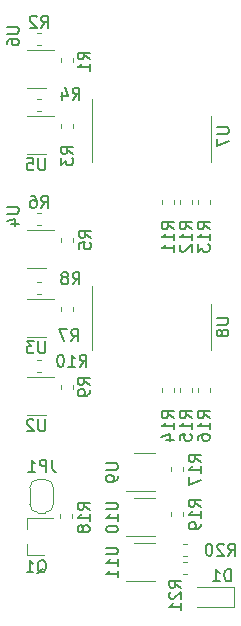
<source format=gbr>
%TF.GenerationSoftware,KiCad,Pcbnew,8.0.4*%
%TF.CreationDate,2024-09-22T15:27:09+02:00*%
%TF.ProjectId,blue_64,626c7565-5f36-4342-9e6b-696361645f70,0.3*%
%TF.SameCoordinates,PX38ecc10PY60e4b00*%
%TF.FileFunction,Legend,Bot*%
%TF.FilePolarity,Positive*%
%FSLAX46Y46*%
G04 Gerber Fmt 4.6, Leading zero omitted, Abs format (unit mm)*
G04 Created by KiCad (PCBNEW 8.0.4) date 2024-09-22 15:27:09*
%MOMM*%
%LPD*%
G01*
G04 APERTURE LIST*
%ADD10C,0.150000*%
%ADD11C,0.120000*%
G04 APERTURE END LIST*
D10*
X31188819Y17660858D02*
X30712628Y17994191D01*
X31188819Y18232286D02*
X30188819Y18232286D01*
X30188819Y18232286D02*
X30188819Y17851334D01*
X30188819Y17851334D02*
X30236438Y17756096D01*
X30236438Y17756096D02*
X30284057Y17708477D01*
X30284057Y17708477D02*
X30379295Y17660858D01*
X30379295Y17660858D02*
X30522152Y17660858D01*
X30522152Y17660858D02*
X30617390Y17708477D01*
X30617390Y17708477D02*
X30665009Y17756096D01*
X30665009Y17756096D02*
X30712628Y17851334D01*
X30712628Y17851334D02*
X30712628Y18232286D01*
X31188819Y16708477D02*
X31188819Y17279905D01*
X31188819Y16994191D02*
X30188819Y16994191D01*
X30188819Y16994191D02*
X30331676Y17089429D01*
X30331676Y17089429D02*
X30426914Y17184667D01*
X30426914Y17184667D02*
X30474533Y17279905D01*
X30188819Y15803715D02*
X30188819Y16279905D01*
X30188819Y16279905D02*
X30665009Y16327524D01*
X30665009Y16327524D02*
X30617390Y16279905D01*
X30617390Y16279905D02*
X30569771Y16184667D01*
X30569771Y16184667D02*
X30569771Y15946572D01*
X30569771Y15946572D02*
X30617390Y15851334D01*
X30617390Y15851334D02*
X30665009Y15803715D01*
X30665009Y15803715D02*
X30760247Y15756096D01*
X30760247Y15756096D02*
X30998342Y15756096D01*
X30998342Y15756096D02*
X31093580Y15803715D01*
X31093580Y15803715D02*
X31141200Y15851334D01*
X31141200Y15851334D02*
X31188819Y15946572D01*
X31188819Y15946572D02*
X31188819Y16184667D01*
X31188819Y16184667D02*
X31141200Y16279905D01*
X31141200Y16279905D02*
X31093580Y16327524D01*
X21121666Y44630181D02*
X21454999Y45106372D01*
X21693094Y44630181D02*
X21693094Y45630181D01*
X21693094Y45630181D02*
X21312142Y45630181D01*
X21312142Y45630181D02*
X21216904Y45582562D01*
X21216904Y45582562D02*
X21169285Y45534943D01*
X21169285Y45534943D02*
X21121666Y45439705D01*
X21121666Y45439705D02*
X21121666Y45296848D01*
X21121666Y45296848D02*
X21169285Y45201610D01*
X21169285Y45201610D02*
X21216904Y45153991D01*
X21216904Y45153991D02*
X21312142Y45106372D01*
X21312142Y45106372D02*
X21693094Y45106372D01*
X20264523Y45296848D02*
X20264523Y44630181D01*
X20502618Y45677800D02*
X20740713Y44963515D01*
X20740713Y44963515D02*
X20121666Y44963515D01*
X32712819Y33662858D02*
X32236628Y33996191D01*
X32712819Y34234286D02*
X31712819Y34234286D01*
X31712819Y34234286D02*
X31712819Y33853334D01*
X31712819Y33853334D02*
X31760438Y33758096D01*
X31760438Y33758096D02*
X31808057Y33710477D01*
X31808057Y33710477D02*
X31903295Y33662858D01*
X31903295Y33662858D02*
X32046152Y33662858D01*
X32046152Y33662858D02*
X32141390Y33710477D01*
X32141390Y33710477D02*
X32189009Y33758096D01*
X32189009Y33758096D02*
X32236628Y33853334D01*
X32236628Y33853334D02*
X32236628Y34234286D01*
X32712819Y32710477D02*
X32712819Y33281905D01*
X32712819Y32996191D02*
X31712819Y32996191D01*
X31712819Y32996191D02*
X31855676Y33091429D01*
X31855676Y33091429D02*
X31950914Y33186667D01*
X31950914Y33186667D02*
X31998533Y33281905D01*
X31712819Y32377143D02*
X31712819Y31758096D01*
X31712819Y31758096D02*
X32093771Y32091429D01*
X32093771Y32091429D02*
X32093771Y31948572D01*
X32093771Y31948572D02*
X32141390Y31853334D01*
X32141390Y31853334D02*
X32189009Y31805715D01*
X32189009Y31805715D02*
X32284247Y31758096D01*
X32284247Y31758096D02*
X32522342Y31758096D01*
X32522342Y31758096D02*
X32617580Y31805715D01*
X32617580Y31805715D02*
X32665200Y31853334D01*
X32665200Y31853334D02*
X32712819Y31948572D01*
X32712819Y31948572D02*
X32712819Y32234286D01*
X32712819Y32234286D02*
X32665200Y32329524D01*
X32665200Y32329524D02*
X32617580Y32377143D01*
X15583819Y35559905D02*
X16393342Y35559905D01*
X16393342Y35559905D02*
X16488580Y35512286D01*
X16488580Y35512286D02*
X16536200Y35464667D01*
X16536200Y35464667D02*
X16583819Y35369429D01*
X16583819Y35369429D02*
X16583819Y35178953D01*
X16583819Y35178953D02*
X16536200Y35083715D01*
X16536200Y35083715D02*
X16488580Y35036096D01*
X16488580Y35036096D02*
X16393342Y34988477D01*
X16393342Y34988477D02*
X15583819Y34988477D01*
X15917152Y34083715D02*
X16583819Y34083715D01*
X15536200Y34321810D02*
X16250485Y34559905D01*
X16250485Y34559905D02*
X16250485Y33940858D01*
X29664819Y17660858D02*
X29188628Y17994191D01*
X29664819Y18232286D02*
X28664819Y18232286D01*
X28664819Y18232286D02*
X28664819Y17851334D01*
X28664819Y17851334D02*
X28712438Y17756096D01*
X28712438Y17756096D02*
X28760057Y17708477D01*
X28760057Y17708477D02*
X28855295Y17660858D01*
X28855295Y17660858D02*
X28998152Y17660858D01*
X28998152Y17660858D02*
X29093390Y17708477D01*
X29093390Y17708477D02*
X29141009Y17756096D01*
X29141009Y17756096D02*
X29188628Y17851334D01*
X29188628Y17851334D02*
X29188628Y18232286D01*
X29664819Y16708477D02*
X29664819Y17279905D01*
X29664819Y16994191D02*
X28664819Y16994191D01*
X28664819Y16994191D02*
X28807676Y17089429D01*
X28807676Y17089429D02*
X28902914Y17184667D01*
X28902914Y17184667D02*
X28950533Y17279905D01*
X28998152Y15851334D02*
X29664819Y15851334D01*
X28617200Y16089429D02*
X29331485Y16327524D01*
X29331485Y16327524D02*
X29331485Y15708477D01*
X31188819Y33662858D02*
X30712628Y33996191D01*
X31188819Y34234286D02*
X30188819Y34234286D01*
X30188819Y34234286D02*
X30188819Y33853334D01*
X30188819Y33853334D02*
X30236438Y33758096D01*
X30236438Y33758096D02*
X30284057Y33710477D01*
X30284057Y33710477D02*
X30379295Y33662858D01*
X30379295Y33662858D02*
X30522152Y33662858D01*
X30522152Y33662858D02*
X30617390Y33710477D01*
X30617390Y33710477D02*
X30665009Y33758096D01*
X30665009Y33758096D02*
X30712628Y33853334D01*
X30712628Y33853334D02*
X30712628Y34234286D01*
X31188819Y32710477D02*
X31188819Y33281905D01*
X31188819Y32996191D02*
X30188819Y32996191D01*
X30188819Y32996191D02*
X30331676Y33091429D01*
X30331676Y33091429D02*
X30426914Y33186667D01*
X30426914Y33186667D02*
X30474533Y33281905D01*
X30284057Y32329524D02*
X30236438Y32281905D01*
X30236438Y32281905D02*
X30188819Y32186667D01*
X30188819Y32186667D02*
X30188819Y31948572D01*
X30188819Y31948572D02*
X30236438Y31853334D01*
X30236438Y31853334D02*
X30284057Y31805715D01*
X30284057Y31805715D02*
X30379295Y31758096D01*
X30379295Y31758096D02*
X30474533Y31758096D01*
X30474533Y31758096D02*
X30617390Y31805715D01*
X30617390Y31805715D02*
X31188819Y32377143D01*
X31188819Y32377143D02*
X31188819Y31758096D01*
X22552819Y20486667D02*
X22076628Y20820000D01*
X22552819Y21058095D02*
X21552819Y21058095D01*
X21552819Y21058095D02*
X21552819Y20677143D01*
X21552819Y20677143D02*
X21600438Y20581905D01*
X21600438Y20581905D02*
X21648057Y20534286D01*
X21648057Y20534286D02*
X21743295Y20486667D01*
X21743295Y20486667D02*
X21886152Y20486667D01*
X21886152Y20486667D02*
X21981390Y20534286D01*
X21981390Y20534286D02*
X22029009Y20581905D01*
X22029009Y20581905D02*
X22076628Y20677143D01*
X22076628Y20677143D02*
X22076628Y21058095D01*
X22552819Y20010476D02*
X22552819Y19820000D01*
X22552819Y19820000D02*
X22505200Y19724762D01*
X22505200Y19724762D02*
X22457580Y19677143D01*
X22457580Y19677143D02*
X22314723Y19581905D01*
X22314723Y19581905D02*
X22124247Y19534286D01*
X22124247Y19534286D02*
X21743295Y19534286D01*
X21743295Y19534286D02*
X21648057Y19581905D01*
X21648057Y19581905D02*
X21600438Y19629524D01*
X21600438Y19629524D02*
X21552819Y19724762D01*
X21552819Y19724762D02*
X21552819Y19915238D01*
X21552819Y19915238D02*
X21600438Y20010476D01*
X21600438Y20010476D02*
X21648057Y20058095D01*
X21648057Y20058095D02*
X21743295Y20105714D01*
X21743295Y20105714D02*
X21981390Y20105714D01*
X21981390Y20105714D02*
X22076628Y20058095D01*
X22076628Y20058095D02*
X22124247Y20010476D01*
X22124247Y20010476D02*
X22171866Y19915238D01*
X22171866Y19915238D02*
X22171866Y19724762D01*
X22171866Y19724762D02*
X22124247Y19629524D01*
X22124247Y19629524D02*
X22076628Y19581905D01*
X22076628Y19581905D02*
X21981390Y19534286D01*
X18795904Y24167181D02*
X18795904Y23357658D01*
X18795904Y23357658D02*
X18748285Y23262420D01*
X18748285Y23262420D02*
X18700666Y23214800D01*
X18700666Y23214800D02*
X18605428Y23167181D01*
X18605428Y23167181D02*
X18414952Y23167181D01*
X18414952Y23167181D02*
X18319714Y23214800D01*
X18319714Y23214800D02*
X18272095Y23262420D01*
X18272095Y23262420D02*
X18224476Y23357658D01*
X18224476Y23357658D02*
X18224476Y24167181D01*
X17843523Y24167181D02*
X17224476Y24167181D01*
X17224476Y24167181D02*
X17557809Y23786229D01*
X17557809Y23786229D02*
X17414952Y23786229D01*
X17414952Y23786229D02*
X17319714Y23738610D01*
X17319714Y23738610D02*
X17272095Y23690991D01*
X17272095Y23690991D02*
X17224476Y23595753D01*
X17224476Y23595753D02*
X17224476Y23357658D01*
X17224476Y23357658D02*
X17272095Y23262420D01*
X17272095Y23262420D02*
X17319714Y23214800D01*
X17319714Y23214800D02*
X17414952Y23167181D01*
X17414952Y23167181D02*
X17700666Y23167181D01*
X17700666Y23167181D02*
X17795904Y23214800D01*
X17795904Y23214800D02*
X17843523Y23262420D01*
X34520094Y3863181D02*
X34520094Y4863181D01*
X34520094Y4863181D02*
X34281999Y4863181D01*
X34281999Y4863181D02*
X34139142Y4815562D01*
X34139142Y4815562D02*
X34043904Y4720324D01*
X34043904Y4720324D02*
X33996285Y4625086D01*
X33996285Y4625086D02*
X33948666Y4434610D01*
X33948666Y4434610D02*
X33948666Y4291753D01*
X33948666Y4291753D02*
X33996285Y4101277D01*
X33996285Y4101277D02*
X34043904Y4006039D01*
X34043904Y4006039D02*
X34139142Y3910800D01*
X34139142Y3910800D02*
X34281999Y3863181D01*
X34281999Y3863181D02*
X34520094Y3863181D01*
X32996285Y3863181D02*
X33567713Y3863181D01*
X33281999Y3863181D02*
X33281999Y4863181D01*
X33281999Y4863181D02*
X33377237Y4720324D01*
X33377237Y4720324D02*
X33472475Y4625086D01*
X33472475Y4625086D02*
X33567713Y4577467D01*
X22552819Y9913858D02*
X22076628Y10247191D01*
X22552819Y10485286D02*
X21552819Y10485286D01*
X21552819Y10485286D02*
X21552819Y10104334D01*
X21552819Y10104334D02*
X21600438Y10009096D01*
X21600438Y10009096D02*
X21648057Y9961477D01*
X21648057Y9961477D02*
X21743295Y9913858D01*
X21743295Y9913858D02*
X21886152Y9913858D01*
X21886152Y9913858D02*
X21981390Y9961477D01*
X21981390Y9961477D02*
X22029009Y10009096D01*
X22029009Y10009096D02*
X22076628Y10104334D01*
X22076628Y10104334D02*
X22076628Y10485286D01*
X22552819Y8961477D02*
X22552819Y9532905D01*
X22552819Y9247191D02*
X21552819Y9247191D01*
X21552819Y9247191D02*
X21695676Y9342429D01*
X21695676Y9342429D02*
X21790914Y9437667D01*
X21790914Y9437667D02*
X21838533Y9532905D01*
X21981390Y8390048D02*
X21933771Y8485286D01*
X21933771Y8485286D02*
X21886152Y8532905D01*
X21886152Y8532905D02*
X21790914Y8580524D01*
X21790914Y8580524D02*
X21743295Y8580524D01*
X21743295Y8580524D02*
X21648057Y8532905D01*
X21648057Y8532905D02*
X21600438Y8485286D01*
X21600438Y8485286D02*
X21552819Y8390048D01*
X21552819Y8390048D02*
X21552819Y8199572D01*
X21552819Y8199572D02*
X21600438Y8104334D01*
X21600438Y8104334D02*
X21648057Y8056715D01*
X21648057Y8056715D02*
X21743295Y8009096D01*
X21743295Y8009096D02*
X21790914Y8009096D01*
X21790914Y8009096D02*
X21886152Y8056715D01*
X21886152Y8056715D02*
X21933771Y8104334D01*
X21933771Y8104334D02*
X21981390Y8199572D01*
X21981390Y8199572D02*
X21981390Y8390048D01*
X21981390Y8390048D02*
X22029009Y8485286D01*
X22029009Y8485286D02*
X22076628Y8532905D01*
X22076628Y8532905D02*
X22171866Y8580524D01*
X22171866Y8580524D02*
X22362342Y8580524D01*
X22362342Y8580524D02*
X22457580Y8532905D01*
X22457580Y8532905D02*
X22505200Y8485286D01*
X22505200Y8485286D02*
X22552819Y8390048D01*
X22552819Y8390048D02*
X22552819Y8199572D01*
X22552819Y8199572D02*
X22505200Y8104334D01*
X22505200Y8104334D02*
X22457580Y8056715D01*
X22457580Y8056715D02*
X22362342Y8009096D01*
X22362342Y8009096D02*
X22171866Y8009096D01*
X22171866Y8009096D02*
X22076628Y8056715D01*
X22076628Y8056715D02*
X22029009Y8104334D01*
X22029009Y8104334D02*
X21981390Y8199572D01*
X22552819Y48045667D02*
X22076628Y48379000D01*
X22552819Y48617095D02*
X21552819Y48617095D01*
X21552819Y48617095D02*
X21552819Y48236143D01*
X21552819Y48236143D02*
X21600438Y48140905D01*
X21600438Y48140905D02*
X21648057Y48093286D01*
X21648057Y48093286D02*
X21743295Y48045667D01*
X21743295Y48045667D02*
X21886152Y48045667D01*
X21886152Y48045667D02*
X21981390Y48093286D01*
X21981390Y48093286D02*
X22029009Y48140905D01*
X22029009Y48140905D02*
X22076628Y48236143D01*
X22076628Y48236143D02*
X22076628Y48617095D01*
X22552819Y47093286D02*
X22552819Y47664714D01*
X22552819Y47379000D02*
X21552819Y47379000D01*
X21552819Y47379000D02*
X21695676Y47474238D01*
X21695676Y47474238D02*
X21790914Y47569476D01*
X21790914Y47569476D02*
X21838533Y47664714D01*
X21121666Y29009181D02*
X21454999Y29485372D01*
X21693094Y29009181D02*
X21693094Y30009181D01*
X21693094Y30009181D02*
X21312142Y30009181D01*
X21312142Y30009181D02*
X21216904Y29961562D01*
X21216904Y29961562D02*
X21169285Y29913943D01*
X21169285Y29913943D02*
X21121666Y29818705D01*
X21121666Y29818705D02*
X21121666Y29675848D01*
X21121666Y29675848D02*
X21169285Y29580610D01*
X21169285Y29580610D02*
X21216904Y29532991D01*
X21216904Y29532991D02*
X21312142Y29485372D01*
X21312142Y29485372D02*
X21693094Y29485372D01*
X20550237Y29580610D02*
X20645475Y29628229D01*
X20645475Y29628229D02*
X20693094Y29675848D01*
X20693094Y29675848D02*
X20740713Y29771086D01*
X20740713Y29771086D02*
X20740713Y29818705D01*
X20740713Y29818705D02*
X20693094Y29913943D01*
X20693094Y29913943D02*
X20645475Y29961562D01*
X20645475Y29961562D02*
X20550237Y30009181D01*
X20550237Y30009181D02*
X20359761Y30009181D01*
X20359761Y30009181D02*
X20264523Y29961562D01*
X20264523Y29961562D02*
X20216904Y29913943D01*
X20216904Y29913943D02*
X20169285Y29818705D01*
X20169285Y29818705D02*
X20169285Y29771086D01*
X20169285Y29771086D02*
X20216904Y29675848D01*
X20216904Y29675848D02*
X20264523Y29628229D01*
X20264523Y29628229D02*
X20359761Y29580610D01*
X20359761Y29580610D02*
X20550237Y29580610D01*
X20550237Y29580610D02*
X20645475Y29532991D01*
X20645475Y29532991D02*
X20693094Y29485372D01*
X20693094Y29485372D02*
X20740713Y29390134D01*
X20740713Y29390134D02*
X20740713Y29199658D01*
X20740713Y29199658D02*
X20693094Y29104420D01*
X20693094Y29104420D02*
X20645475Y29056800D01*
X20645475Y29056800D02*
X20550237Y29009181D01*
X20550237Y29009181D02*
X20359761Y29009181D01*
X20359761Y29009181D02*
X20264523Y29056800D01*
X20264523Y29056800D02*
X20216904Y29104420D01*
X20216904Y29104420D02*
X20169285Y29199658D01*
X20169285Y29199658D02*
X20169285Y29390134D01*
X20169285Y29390134D02*
X20216904Y29485372D01*
X20216904Y29485372D02*
X20264523Y29532991D01*
X20264523Y29532991D02*
X20359761Y29580610D01*
X32712819Y17660858D02*
X32236628Y17994191D01*
X32712819Y18232286D02*
X31712819Y18232286D01*
X31712819Y18232286D02*
X31712819Y17851334D01*
X31712819Y17851334D02*
X31760438Y17756096D01*
X31760438Y17756096D02*
X31808057Y17708477D01*
X31808057Y17708477D02*
X31903295Y17660858D01*
X31903295Y17660858D02*
X32046152Y17660858D01*
X32046152Y17660858D02*
X32141390Y17708477D01*
X32141390Y17708477D02*
X32189009Y17756096D01*
X32189009Y17756096D02*
X32236628Y17851334D01*
X32236628Y17851334D02*
X32236628Y18232286D01*
X32712819Y16708477D02*
X32712819Y17279905D01*
X32712819Y16994191D02*
X31712819Y16994191D01*
X31712819Y16994191D02*
X31855676Y17089429D01*
X31855676Y17089429D02*
X31950914Y17184667D01*
X31950914Y17184667D02*
X31998533Y17279905D01*
X31712819Y15851334D02*
X31712819Y16041810D01*
X31712819Y16041810D02*
X31760438Y16137048D01*
X31760438Y16137048D02*
X31808057Y16184667D01*
X31808057Y16184667D02*
X31950914Y16279905D01*
X31950914Y16279905D02*
X32141390Y16327524D01*
X32141390Y16327524D02*
X32522342Y16327524D01*
X32522342Y16327524D02*
X32617580Y16279905D01*
X32617580Y16279905D02*
X32665200Y16232286D01*
X32665200Y16232286D02*
X32712819Y16137048D01*
X32712819Y16137048D02*
X32712819Y15946572D01*
X32712819Y15946572D02*
X32665200Y15851334D01*
X32665200Y15851334D02*
X32617580Y15803715D01*
X32617580Y15803715D02*
X32522342Y15756096D01*
X32522342Y15756096D02*
X32284247Y15756096D01*
X32284247Y15756096D02*
X32189009Y15803715D01*
X32189009Y15803715D02*
X32141390Y15851334D01*
X32141390Y15851334D02*
X32093771Y15946572D01*
X32093771Y15946572D02*
X32093771Y16137048D01*
X32093771Y16137048D02*
X32141390Y16232286D01*
X32141390Y16232286D02*
X32189009Y16279905D01*
X32189009Y16279905D02*
X32284247Y16327524D01*
X29664819Y33662858D02*
X29188628Y33996191D01*
X29664819Y34234286D02*
X28664819Y34234286D01*
X28664819Y34234286D02*
X28664819Y33853334D01*
X28664819Y33853334D02*
X28712438Y33758096D01*
X28712438Y33758096D02*
X28760057Y33710477D01*
X28760057Y33710477D02*
X28855295Y33662858D01*
X28855295Y33662858D02*
X28998152Y33662858D01*
X28998152Y33662858D02*
X29093390Y33710477D01*
X29093390Y33710477D02*
X29141009Y33758096D01*
X29141009Y33758096D02*
X29188628Y33853334D01*
X29188628Y33853334D02*
X29188628Y34234286D01*
X29664819Y32710477D02*
X29664819Y33281905D01*
X29664819Y32996191D02*
X28664819Y32996191D01*
X28664819Y32996191D02*
X28807676Y33091429D01*
X28807676Y33091429D02*
X28902914Y33186667D01*
X28902914Y33186667D02*
X28950533Y33281905D01*
X29664819Y31758096D02*
X29664819Y32329524D01*
X29664819Y32043810D02*
X28664819Y32043810D01*
X28664819Y32043810D02*
X28807676Y32139048D01*
X28807676Y32139048D02*
X28902914Y32234286D01*
X28902914Y32234286D02*
X28950533Y32329524D01*
X23965819Y13842905D02*
X24775342Y13842905D01*
X24775342Y13842905D02*
X24870580Y13795286D01*
X24870580Y13795286D02*
X24918200Y13747667D01*
X24918200Y13747667D02*
X24965819Y13652429D01*
X24965819Y13652429D02*
X24965819Y13461953D01*
X24965819Y13461953D02*
X24918200Y13366715D01*
X24918200Y13366715D02*
X24870580Y13319096D01*
X24870580Y13319096D02*
X24775342Y13271477D01*
X24775342Y13271477D02*
X23965819Y13271477D01*
X24965819Y12747667D02*
X24965819Y12557191D01*
X24965819Y12557191D02*
X24918200Y12461953D01*
X24918200Y12461953D02*
X24870580Y12414334D01*
X24870580Y12414334D02*
X24727723Y12319096D01*
X24727723Y12319096D02*
X24537247Y12271477D01*
X24537247Y12271477D02*
X24156295Y12271477D01*
X24156295Y12271477D02*
X24061057Y12319096D01*
X24061057Y12319096D02*
X24013438Y12366715D01*
X24013438Y12366715D02*
X23965819Y12461953D01*
X23965819Y12461953D02*
X23965819Y12652429D01*
X23965819Y12652429D02*
X24013438Y12747667D01*
X24013438Y12747667D02*
X24061057Y12795286D01*
X24061057Y12795286D02*
X24156295Y12842905D01*
X24156295Y12842905D02*
X24394390Y12842905D01*
X24394390Y12842905D02*
X24489628Y12795286D01*
X24489628Y12795286D02*
X24537247Y12747667D01*
X24537247Y12747667D02*
X24584866Y12652429D01*
X24584866Y12652429D02*
X24584866Y12461953D01*
X24584866Y12461953D02*
X24537247Y12366715D01*
X24537247Y12366715D02*
X24489628Y12319096D01*
X24489628Y12319096D02*
X24394390Y12271477D01*
X33313019Y26161905D02*
X34122542Y26161905D01*
X34122542Y26161905D02*
X34217780Y26114286D01*
X34217780Y26114286D02*
X34265400Y26066667D01*
X34265400Y26066667D02*
X34313019Y25971429D01*
X34313019Y25971429D02*
X34313019Y25780953D01*
X34313019Y25780953D02*
X34265400Y25685715D01*
X34265400Y25685715D02*
X34217780Y25638096D01*
X34217780Y25638096D02*
X34122542Y25590477D01*
X34122542Y25590477D02*
X33313019Y25590477D01*
X33741590Y24971429D02*
X33693971Y25066667D01*
X33693971Y25066667D02*
X33646352Y25114286D01*
X33646352Y25114286D02*
X33551114Y25161905D01*
X33551114Y25161905D02*
X33503495Y25161905D01*
X33503495Y25161905D02*
X33408257Y25114286D01*
X33408257Y25114286D02*
X33360638Y25066667D01*
X33360638Y25066667D02*
X33313019Y24971429D01*
X33313019Y24971429D02*
X33313019Y24780953D01*
X33313019Y24780953D02*
X33360638Y24685715D01*
X33360638Y24685715D02*
X33408257Y24638096D01*
X33408257Y24638096D02*
X33503495Y24590477D01*
X33503495Y24590477D02*
X33551114Y24590477D01*
X33551114Y24590477D02*
X33646352Y24638096D01*
X33646352Y24638096D02*
X33693971Y24685715D01*
X33693971Y24685715D02*
X33741590Y24780953D01*
X33741590Y24780953D02*
X33741590Y24971429D01*
X33741590Y24971429D02*
X33789209Y25066667D01*
X33789209Y25066667D02*
X33836828Y25114286D01*
X33836828Y25114286D02*
X33932066Y25161905D01*
X33932066Y25161905D02*
X34122542Y25161905D01*
X34122542Y25161905D02*
X34217780Y25114286D01*
X34217780Y25114286D02*
X34265400Y25066667D01*
X34265400Y25066667D02*
X34313019Y24971429D01*
X34313019Y24971429D02*
X34313019Y24780953D01*
X34313019Y24780953D02*
X34265400Y24685715D01*
X34265400Y24685715D02*
X34217780Y24638096D01*
X34217780Y24638096D02*
X34122542Y24590477D01*
X34122542Y24590477D02*
X33932066Y24590477D01*
X33932066Y24590477D02*
X33836828Y24638096D01*
X33836828Y24638096D02*
X33789209Y24685715D01*
X33789209Y24685715D02*
X33741590Y24780953D01*
X20994666Y24183181D02*
X21327999Y24659372D01*
X21566094Y24183181D02*
X21566094Y25183181D01*
X21566094Y25183181D02*
X21185142Y25183181D01*
X21185142Y25183181D02*
X21089904Y25135562D01*
X21089904Y25135562D02*
X21042285Y25087943D01*
X21042285Y25087943D02*
X20994666Y24992705D01*
X20994666Y24992705D02*
X20994666Y24849848D01*
X20994666Y24849848D02*
X21042285Y24754610D01*
X21042285Y24754610D02*
X21089904Y24706991D01*
X21089904Y24706991D02*
X21185142Y24659372D01*
X21185142Y24659372D02*
X21566094Y24659372D01*
X20661332Y25183181D02*
X19994666Y25183181D01*
X19994666Y25183181D02*
X20423237Y24183181D01*
X22679819Y32932667D02*
X22203628Y33266000D01*
X22679819Y33504095D02*
X21679819Y33504095D01*
X21679819Y33504095D02*
X21679819Y33123143D01*
X21679819Y33123143D02*
X21727438Y33027905D01*
X21727438Y33027905D02*
X21775057Y32980286D01*
X21775057Y32980286D02*
X21870295Y32932667D01*
X21870295Y32932667D02*
X22013152Y32932667D01*
X22013152Y32932667D02*
X22108390Y32980286D01*
X22108390Y32980286D02*
X22156009Y33027905D01*
X22156009Y33027905D02*
X22203628Y33123143D01*
X22203628Y33123143D02*
X22203628Y33504095D01*
X21679819Y32027905D02*
X21679819Y32504095D01*
X21679819Y32504095D02*
X22156009Y32551714D01*
X22156009Y32551714D02*
X22108390Y32504095D01*
X22108390Y32504095D02*
X22060771Y32408857D01*
X22060771Y32408857D02*
X22060771Y32170762D01*
X22060771Y32170762D02*
X22108390Y32075524D01*
X22108390Y32075524D02*
X22156009Y32027905D01*
X22156009Y32027905D02*
X22251247Y31980286D01*
X22251247Y31980286D02*
X22489342Y31980286D01*
X22489342Y31980286D02*
X22584580Y32027905D01*
X22584580Y32027905D02*
X22632200Y32075524D01*
X22632200Y32075524D02*
X22679819Y32170762D01*
X22679819Y32170762D02*
X22679819Y32408857D01*
X22679819Y32408857D02*
X22632200Y32504095D01*
X22632200Y32504095D02*
X22584580Y32551714D01*
X33363819Y42290905D02*
X34173342Y42290905D01*
X34173342Y42290905D02*
X34268580Y42243286D01*
X34268580Y42243286D02*
X34316200Y42195667D01*
X34316200Y42195667D02*
X34363819Y42100429D01*
X34363819Y42100429D02*
X34363819Y41909953D01*
X34363819Y41909953D02*
X34316200Y41814715D01*
X34316200Y41814715D02*
X34268580Y41767096D01*
X34268580Y41767096D02*
X34173342Y41719477D01*
X34173342Y41719477D02*
X33363819Y41719477D01*
X33363819Y41338524D02*
X33363819Y40671858D01*
X33363819Y40671858D02*
X34363819Y41100429D01*
X21155819Y40044667D02*
X20679628Y40378000D01*
X21155819Y40616095D02*
X20155819Y40616095D01*
X20155819Y40616095D02*
X20155819Y40235143D01*
X20155819Y40235143D02*
X20203438Y40139905D01*
X20203438Y40139905D02*
X20251057Y40092286D01*
X20251057Y40092286D02*
X20346295Y40044667D01*
X20346295Y40044667D02*
X20489152Y40044667D01*
X20489152Y40044667D02*
X20584390Y40092286D01*
X20584390Y40092286D02*
X20632009Y40139905D01*
X20632009Y40139905D02*
X20679628Y40235143D01*
X20679628Y40235143D02*
X20679628Y40616095D01*
X20155819Y39711333D02*
X20155819Y39092286D01*
X20155819Y39092286D02*
X20536771Y39425619D01*
X20536771Y39425619D02*
X20536771Y39282762D01*
X20536771Y39282762D02*
X20584390Y39187524D01*
X20584390Y39187524D02*
X20632009Y39139905D01*
X20632009Y39139905D02*
X20727247Y39092286D01*
X20727247Y39092286D02*
X20965342Y39092286D01*
X20965342Y39092286D02*
X21060580Y39139905D01*
X21060580Y39139905D02*
X21108200Y39187524D01*
X21108200Y39187524D02*
X21155819Y39282762D01*
X21155819Y39282762D02*
X21155819Y39568476D01*
X21155819Y39568476D02*
X21108200Y39663714D01*
X21108200Y39663714D02*
X21060580Y39711333D01*
X18795904Y39661181D02*
X18795904Y38851658D01*
X18795904Y38851658D02*
X18748285Y38756420D01*
X18748285Y38756420D02*
X18700666Y38708800D01*
X18700666Y38708800D02*
X18605428Y38661181D01*
X18605428Y38661181D02*
X18414952Y38661181D01*
X18414952Y38661181D02*
X18319714Y38708800D01*
X18319714Y38708800D02*
X18272095Y38756420D01*
X18272095Y38756420D02*
X18224476Y38851658D01*
X18224476Y38851658D02*
X18224476Y39661181D01*
X17272095Y39661181D02*
X17748285Y39661181D01*
X17748285Y39661181D02*
X17795904Y39184991D01*
X17795904Y39184991D02*
X17748285Y39232610D01*
X17748285Y39232610D02*
X17653047Y39280229D01*
X17653047Y39280229D02*
X17414952Y39280229D01*
X17414952Y39280229D02*
X17319714Y39232610D01*
X17319714Y39232610D02*
X17272095Y39184991D01*
X17272095Y39184991D02*
X17224476Y39089753D01*
X17224476Y39089753D02*
X17224476Y38851658D01*
X17224476Y38851658D02*
X17272095Y38756420D01*
X17272095Y38756420D02*
X17319714Y38708800D01*
X17319714Y38708800D02*
X17414952Y38661181D01*
X17414952Y38661181D02*
X17653047Y38661181D01*
X17653047Y38661181D02*
X17748285Y38708800D01*
X17748285Y38708800D02*
X17795904Y38756420D01*
X21724857Y22024181D02*
X22058190Y22500372D01*
X22296285Y22024181D02*
X22296285Y23024181D01*
X22296285Y23024181D02*
X21915333Y23024181D01*
X21915333Y23024181D02*
X21820095Y22976562D01*
X21820095Y22976562D02*
X21772476Y22928943D01*
X21772476Y22928943D02*
X21724857Y22833705D01*
X21724857Y22833705D02*
X21724857Y22690848D01*
X21724857Y22690848D02*
X21772476Y22595610D01*
X21772476Y22595610D02*
X21820095Y22547991D01*
X21820095Y22547991D02*
X21915333Y22500372D01*
X21915333Y22500372D02*
X22296285Y22500372D01*
X20772476Y22024181D02*
X21343904Y22024181D01*
X21058190Y22024181D02*
X21058190Y23024181D01*
X21058190Y23024181D02*
X21153428Y22881324D01*
X21153428Y22881324D02*
X21248666Y22786086D01*
X21248666Y22786086D02*
X21343904Y22738467D01*
X20153428Y23024181D02*
X20058190Y23024181D01*
X20058190Y23024181D02*
X19962952Y22976562D01*
X19962952Y22976562D02*
X19915333Y22928943D01*
X19915333Y22928943D02*
X19867714Y22833705D01*
X19867714Y22833705D02*
X19820095Y22643229D01*
X19820095Y22643229D02*
X19820095Y22405134D01*
X19820095Y22405134D02*
X19867714Y22214658D01*
X19867714Y22214658D02*
X19915333Y22119420D01*
X19915333Y22119420D02*
X19962952Y22071800D01*
X19962952Y22071800D02*
X20058190Y22024181D01*
X20058190Y22024181D02*
X20153428Y22024181D01*
X20153428Y22024181D02*
X20248666Y22071800D01*
X20248666Y22071800D02*
X20296285Y22119420D01*
X20296285Y22119420D02*
X20343904Y22214658D01*
X20343904Y22214658D02*
X20391523Y22405134D01*
X20391523Y22405134D02*
X20391523Y22643229D01*
X20391523Y22643229D02*
X20343904Y22833705D01*
X20343904Y22833705D02*
X20296285Y22928943D01*
X20296285Y22928943D02*
X20248666Y22976562D01*
X20248666Y22976562D02*
X20153428Y23024181D01*
X23965819Y10509095D02*
X24775342Y10509095D01*
X24775342Y10509095D02*
X24870580Y10461476D01*
X24870580Y10461476D02*
X24918200Y10413857D01*
X24918200Y10413857D02*
X24965819Y10318619D01*
X24965819Y10318619D02*
X24965819Y10128143D01*
X24965819Y10128143D02*
X24918200Y10032905D01*
X24918200Y10032905D02*
X24870580Y9985286D01*
X24870580Y9985286D02*
X24775342Y9937667D01*
X24775342Y9937667D02*
X23965819Y9937667D01*
X24965819Y8937667D02*
X24965819Y9509095D01*
X24965819Y9223381D02*
X23965819Y9223381D01*
X23965819Y9223381D02*
X24108676Y9318619D01*
X24108676Y9318619D02*
X24203914Y9413857D01*
X24203914Y9413857D02*
X24251533Y9509095D01*
X23965819Y8318619D02*
X23965819Y8223381D01*
X23965819Y8223381D02*
X24013438Y8128143D01*
X24013438Y8128143D02*
X24061057Y8080524D01*
X24061057Y8080524D02*
X24156295Y8032905D01*
X24156295Y8032905D02*
X24346771Y7985286D01*
X24346771Y7985286D02*
X24584866Y7985286D01*
X24584866Y7985286D02*
X24775342Y8032905D01*
X24775342Y8032905D02*
X24870580Y8080524D01*
X24870580Y8080524D02*
X24918200Y8128143D01*
X24918200Y8128143D02*
X24965819Y8223381D01*
X24965819Y8223381D02*
X24965819Y8318619D01*
X24965819Y8318619D02*
X24918200Y8413857D01*
X24918200Y8413857D02*
X24870580Y8461476D01*
X24870580Y8461476D02*
X24775342Y8509095D01*
X24775342Y8509095D02*
X24584866Y8556714D01*
X24584866Y8556714D02*
X24346771Y8556714D01*
X24346771Y8556714D02*
X24156295Y8509095D01*
X24156295Y8509095D02*
X24061057Y8461476D01*
X24061057Y8461476D02*
X24013438Y8413857D01*
X24013438Y8413857D02*
X23965819Y8318619D01*
X30299819Y3309858D02*
X29823628Y3643191D01*
X30299819Y3881286D02*
X29299819Y3881286D01*
X29299819Y3881286D02*
X29299819Y3500334D01*
X29299819Y3500334D02*
X29347438Y3405096D01*
X29347438Y3405096D02*
X29395057Y3357477D01*
X29395057Y3357477D02*
X29490295Y3309858D01*
X29490295Y3309858D02*
X29633152Y3309858D01*
X29633152Y3309858D02*
X29728390Y3357477D01*
X29728390Y3357477D02*
X29776009Y3405096D01*
X29776009Y3405096D02*
X29823628Y3500334D01*
X29823628Y3500334D02*
X29823628Y3881286D01*
X29395057Y2928905D02*
X29347438Y2881286D01*
X29347438Y2881286D02*
X29299819Y2786048D01*
X29299819Y2786048D02*
X29299819Y2547953D01*
X29299819Y2547953D02*
X29347438Y2452715D01*
X29347438Y2452715D02*
X29395057Y2405096D01*
X29395057Y2405096D02*
X29490295Y2357477D01*
X29490295Y2357477D02*
X29585533Y2357477D01*
X29585533Y2357477D02*
X29728390Y2405096D01*
X29728390Y2405096D02*
X30299819Y2976524D01*
X30299819Y2976524D02*
X30299819Y2357477D01*
X30299819Y1405096D02*
X30299819Y1976524D01*
X30299819Y1690810D02*
X29299819Y1690810D01*
X29299819Y1690810D02*
X29442676Y1786048D01*
X29442676Y1786048D02*
X29537914Y1881286D01*
X29537914Y1881286D02*
X29585533Y1976524D01*
X18454666Y35486181D02*
X18787999Y35962372D01*
X19026094Y35486181D02*
X19026094Y36486181D01*
X19026094Y36486181D02*
X18645142Y36486181D01*
X18645142Y36486181D02*
X18549904Y36438562D01*
X18549904Y36438562D02*
X18502285Y36390943D01*
X18502285Y36390943D02*
X18454666Y36295705D01*
X18454666Y36295705D02*
X18454666Y36152848D01*
X18454666Y36152848D02*
X18502285Y36057610D01*
X18502285Y36057610D02*
X18549904Y36009991D01*
X18549904Y36009991D02*
X18645142Y35962372D01*
X18645142Y35962372D02*
X19026094Y35962372D01*
X17597523Y36486181D02*
X17787999Y36486181D01*
X17787999Y36486181D02*
X17883237Y36438562D01*
X17883237Y36438562D02*
X17930856Y36390943D01*
X17930856Y36390943D02*
X18026094Y36248086D01*
X18026094Y36248086D02*
X18073713Y36057610D01*
X18073713Y36057610D02*
X18073713Y35676658D01*
X18073713Y35676658D02*
X18026094Y35581420D01*
X18026094Y35581420D02*
X17978475Y35533800D01*
X17978475Y35533800D02*
X17883237Y35486181D01*
X17883237Y35486181D02*
X17692761Y35486181D01*
X17692761Y35486181D02*
X17597523Y35533800D01*
X17597523Y35533800D02*
X17549904Y35581420D01*
X17549904Y35581420D02*
X17502285Y35676658D01*
X17502285Y35676658D02*
X17502285Y35914753D01*
X17502285Y35914753D02*
X17549904Y36009991D01*
X17549904Y36009991D02*
X17597523Y36057610D01*
X17597523Y36057610D02*
X17692761Y36105229D01*
X17692761Y36105229D02*
X17883237Y36105229D01*
X17883237Y36105229D02*
X17978475Y36057610D01*
X17978475Y36057610D02*
X18026094Y36009991D01*
X18026094Y36009991D02*
X18073713Y35914753D01*
X19375333Y14134181D02*
X19375333Y13419896D01*
X19375333Y13419896D02*
X19422952Y13277039D01*
X19422952Y13277039D02*
X19518190Y13181800D01*
X19518190Y13181800D02*
X19661047Y13134181D01*
X19661047Y13134181D02*
X19756285Y13134181D01*
X18899142Y13134181D02*
X18899142Y14134181D01*
X18899142Y14134181D02*
X18518190Y14134181D01*
X18518190Y14134181D02*
X18422952Y14086562D01*
X18422952Y14086562D02*
X18375333Y14038943D01*
X18375333Y14038943D02*
X18327714Y13943705D01*
X18327714Y13943705D02*
X18327714Y13800848D01*
X18327714Y13800848D02*
X18375333Y13705610D01*
X18375333Y13705610D02*
X18422952Y13657991D01*
X18422952Y13657991D02*
X18518190Y13610372D01*
X18518190Y13610372D02*
X18899142Y13610372D01*
X17375333Y13134181D02*
X17946761Y13134181D01*
X17661047Y13134181D02*
X17661047Y14134181D01*
X17661047Y14134181D02*
X17756285Y13991324D01*
X17756285Y13991324D02*
X17851523Y13896086D01*
X17851523Y13896086D02*
X17946761Y13848467D01*
X34297857Y6022181D02*
X34631190Y6498372D01*
X34869285Y6022181D02*
X34869285Y7022181D01*
X34869285Y7022181D02*
X34488333Y7022181D01*
X34488333Y7022181D02*
X34393095Y6974562D01*
X34393095Y6974562D02*
X34345476Y6926943D01*
X34345476Y6926943D02*
X34297857Y6831705D01*
X34297857Y6831705D02*
X34297857Y6688848D01*
X34297857Y6688848D02*
X34345476Y6593610D01*
X34345476Y6593610D02*
X34393095Y6545991D01*
X34393095Y6545991D02*
X34488333Y6498372D01*
X34488333Y6498372D02*
X34869285Y6498372D01*
X33916904Y6926943D02*
X33869285Y6974562D01*
X33869285Y6974562D02*
X33774047Y7022181D01*
X33774047Y7022181D02*
X33535952Y7022181D01*
X33535952Y7022181D02*
X33440714Y6974562D01*
X33440714Y6974562D02*
X33393095Y6926943D01*
X33393095Y6926943D02*
X33345476Y6831705D01*
X33345476Y6831705D02*
X33345476Y6736467D01*
X33345476Y6736467D02*
X33393095Y6593610D01*
X33393095Y6593610D02*
X33964523Y6022181D01*
X33964523Y6022181D02*
X33345476Y6022181D01*
X32726428Y7022181D02*
X32631190Y7022181D01*
X32631190Y7022181D02*
X32535952Y6974562D01*
X32535952Y6974562D02*
X32488333Y6926943D01*
X32488333Y6926943D02*
X32440714Y6831705D01*
X32440714Y6831705D02*
X32393095Y6641229D01*
X32393095Y6641229D02*
X32393095Y6403134D01*
X32393095Y6403134D02*
X32440714Y6212658D01*
X32440714Y6212658D02*
X32488333Y6117420D01*
X32488333Y6117420D02*
X32535952Y6069800D01*
X32535952Y6069800D02*
X32631190Y6022181D01*
X32631190Y6022181D02*
X32726428Y6022181D01*
X32726428Y6022181D02*
X32821666Y6069800D01*
X32821666Y6069800D02*
X32869285Y6117420D01*
X32869285Y6117420D02*
X32916904Y6212658D01*
X32916904Y6212658D02*
X32964523Y6403134D01*
X32964523Y6403134D02*
X32964523Y6641229D01*
X32964523Y6641229D02*
X32916904Y6831705D01*
X32916904Y6831705D02*
X32869285Y6926943D01*
X32869285Y6926943D02*
X32821666Y6974562D01*
X32821666Y6974562D02*
X32726428Y7022181D01*
X18454666Y50726181D02*
X18787999Y51202372D01*
X19026094Y50726181D02*
X19026094Y51726181D01*
X19026094Y51726181D02*
X18645142Y51726181D01*
X18645142Y51726181D02*
X18549904Y51678562D01*
X18549904Y51678562D02*
X18502285Y51630943D01*
X18502285Y51630943D02*
X18454666Y51535705D01*
X18454666Y51535705D02*
X18454666Y51392848D01*
X18454666Y51392848D02*
X18502285Y51297610D01*
X18502285Y51297610D02*
X18549904Y51249991D01*
X18549904Y51249991D02*
X18645142Y51202372D01*
X18645142Y51202372D02*
X19026094Y51202372D01*
X18073713Y51630943D02*
X18026094Y51678562D01*
X18026094Y51678562D02*
X17930856Y51726181D01*
X17930856Y51726181D02*
X17692761Y51726181D01*
X17692761Y51726181D02*
X17597523Y51678562D01*
X17597523Y51678562D02*
X17549904Y51630943D01*
X17549904Y51630943D02*
X17502285Y51535705D01*
X17502285Y51535705D02*
X17502285Y51440467D01*
X17502285Y51440467D02*
X17549904Y51297610D01*
X17549904Y51297610D02*
X18121332Y50726181D01*
X18121332Y50726181D02*
X17502285Y50726181D01*
X31950819Y10167858D02*
X31474628Y10501191D01*
X31950819Y10739286D02*
X30950819Y10739286D01*
X30950819Y10739286D02*
X30950819Y10358334D01*
X30950819Y10358334D02*
X30998438Y10263096D01*
X30998438Y10263096D02*
X31046057Y10215477D01*
X31046057Y10215477D02*
X31141295Y10167858D01*
X31141295Y10167858D02*
X31284152Y10167858D01*
X31284152Y10167858D02*
X31379390Y10215477D01*
X31379390Y10215477D02*
X31427009Y10263096D01*
X31427009Y10263096D02*
X31474628Y10358334D01*
X31474628Y10358334D02*
X31474628Y10739286D01*
X31950819Y9215477D02*
X31950819Y9786905D01*
X31950819Y9501191D02*
X30950819Y9501191D01*
X30950819Y9501191D02*
X31093676Y9596429D01*
X31093676Y9596429D02*
X31188914Y9691667D01*
X31188914Y9691667D02*
X31236533Y9786905D01*
X31950819Y8739286D02*
X31950819Y8548810D01*
X31950819Y8548810D02*
X31903200Y8453572D01*
X31903200Y8453572D02*
X31855580Y8405953D01*
X31855580Y8405953D02*
X31712723Y8310715D01*
X31712723Y8310715D02*
X31522247Y8263096D01*
X31522247Y8263096D02*
X31141295Y8263096D01*
X31141295Y8263096D02*
X31046057Y8310715D01*
X31046057Y8310715D02*
X30998438Y8358334D01*
X30998438Y8358334D02*
X30950819Y8453572D01*
X30950819Y8453572D02*
X30950819Y8644048D01*
X30950819Y8644048D02*
X30998438Y8739286D01*
X30998438Y8739286D02*
X31046057Y8786905D01*
X31046057Y8786905D02*
X31141295Y8834524D01*
X31141295Y8834524D02*
X31379390Y8834524D01*
X31379390Y8834524D02*
X31474628Y8786905D01*
X31474628Y8786905D02*
X31522247Y8739286D01*
X31522247Y8739286D02*
X31569866Y8644048D01*
X31569866Y8644048D02*
X31569866Y8453572D01*
X31569866Y8453572D02*
X31522247Y8358334D01*
X31522247Y8358334D02*
X31474628Y8310715D01*
X31474628Y8310715D02*
X31379390Y8263096D01*
X15583819Y50799905D02*
X16393342Y50799905D01*
X16393342Y50799905D02*
X16488580Y50752286D01*
X16488580Y50752286D02*
X16536200Y50704667D01*
X16536200Y50704667D02*
X16583819Y50609429D01*
X16583819Y50609429D02*
X16583819Y50418953D01*
X16583819Y50418953D02*
X16536200Y50323715D01*
X16536200Y50323715D02*
X16488580Y50276096D01*
X16488580Y50276096D02*
X16393342Y50228477D01*
X16393342Y50228477D02*
X15583819Y50228477D01*
X15583819Y49323715D02*
X15583819Y49514191D01*
X15583819Y49514191D02*
X15631438Y49609429D01*
X15631438Y49609429D02*
X15679057Y49657048D01*
X15679057Y49657048D02*
X15821914Y49752286D01*
X15821914Y49752286D02*
X16012390Y49799905D01*
X16012390Y49799905D02*
X16393342Y49799905D01*
X16393342Y49799905D02*
X16488580Y49752286D01*
X16488580Y49752286D02*
X16536200Y49704667D01*
X16536200Y49704667D02*
X16583819Y49609429D01*
X16583819Y49609429D02*
X16583819Y49418953D01*
X16583819Y49418953D02*
X16536200Y49323715D01*
X16536200Y49323715D02*
X16488580Y49276096D01*
X16488580Y49276096D02*
X16393342Y49228477D01*
X16393342Y49228477D02*
X16155247Y49228477D01*
X16155247Y49228477D02*
X16060009Y49276096D01*
X16060009Y49276096D02*
X16012390Y49323715D01*
X16012390Y49323715D02*
X15964771Y49418953D01*
X15964771Y49418953D02*
X15964771Y49609429D01*
X15964771Y49609429D02*
X16012390Y49704667D01*
X16012390Y49704667D02*
X16060009Y49752286D01*
X16060009Y49752286D02*
X16155247Y49799905D01*
X18129238Y4529943D02*
X18224476Y4577562D01*
X18224476Y4577562D02*
X18319714Y4672800D01*
X18319714Y4672800D02*
X18462571Y4815658D01*
X18462571Y4815658D02*
X18557809Y4863277D01*
X18557809Y4863277D02*
X18653047Y4863277D01*
X18605428Y4625181D02*
X18700666Y4672800D01*
X18700666Y4672800D02*
X18795904Y4768039D01*
X18795904Y4768039D02*
X18843523Y4958515D01*
X18843523Y4958515D02*
X18843523Y5291848D01*
X18843523Y5291848D02*
X18795904Y5482324D01*
X18795904Y5482324D02*
X18700666Y5577562D01*
X18700666Y5577562D02*
X18605428Y5625181D01*
X18605428Y5625181D02*
X18414952Y5625181D01*
X18414952Y5625181D02*
X18319714Y5577562D01*
X18319714Y5577562D02*
X18224476Y5482324D01*
X18224476Y5482324D02*
X18176857Y5291848D01*
X18176857Y5291848D02*
X18176857Y4958515D01*
X18176857Y4958515D02*
X18224476Y4768039D01*
X18224476Y4768039D02*
X18319714Y4672800D01*
X18319714Y4672800D02*
X18414952Y4625181D01*
X18414952Y4625181D02*
X18605428Y4625181D01*
X17224476Y4625181D02*
X17795904Y4625181D01*
X17510190Y4625181D02*
X17510190Y5625181D01*
X17510190Y5625181D02*
X17605428Y5482324D01*
X17605428Y5482324D02*
X17700666Y5387086D01*
X17700666Y5387086D02*
X17795904Y5339467D01*
X18795904Y17563181D02*
X18795904Y16753658D01*
X18795904Y16753658D02*
X18748285Y16658420D01*
X18748285Y16658420D02*
X18700666Y16610800D01*
X18700666Y16610800D02*
X18605428Y16563181D01*
X18605428Y16563181D02*
X18414952Y16563181D01*
X18414952Y16563181D02*
X18319714Y16610800D01*
X18319714Y16610800D02*
X18272095Y16658420D01*
X18272095Y16658420D02*
X18224476Y16753658D01*
X18224476Y16753658D02*
X18224476Y17563181D01*
X17795904Y17467943D02*
X17748285Y17515562D01*
X17748285Y17515562D02*
X17653047Y17563181D01*
X17653047Y17563181D02*
X17414952Y17563181D01*
X17414952Y17563181D02*
X17319714Y17515562D01*
X17319714Y17515562D02*
X17272095Y17467943D01*
X17272095Y17467943D02*
X17224476Y17372705D01*
X17224476Y17372705D02*
X17224476Y17277467D01*
X17224476Y17277467D02*
X17272095Y17134610D01*
X17272095Y17134610D02*
X17843523Y16563181D01*
X17843523Y16563181D02*
X17224476Y16563181D01*
X31950819Y13977858D02*
X31474628Y14311191D01*
X31950819Y14549286D02*
X30950819Y14549286D01*
X30950819Y14549286D02*
X30950819Y14168334D01*
X30950819Y14168334D02*
X30998438Y14073096D01*
X30998438Y14073096D02*
X31046057Y14025477D01*
X31046057Y14025477D02*
X31141295Y13977858D01*
X31141295Y13977858D02*
X31284152Y13977858D01*
X31284152Y13977858D02*
X31379390Y14025477D01*
X31379390Y14025477D02*
X31427009Y14073096D01*
X31427009Y14073096D02*
X31474628Y14168334D01*
X31474628Y14168334D02*
X31474628Y14549286D01*
X31950819Y13025477D02*
X31950819Y13596905D01*
X31950819Y13311191D02*
X30950819Y13311191D01*
X30950819Y13311191D02*
X31093676Y13406429D01*
X31093676Y13406429D02*
X31188914Y13501667D01*
X31188914Y13501667D02*
X31236533Y13596905D01*
X30950819Y12692143D02*
X30950819Y12025477D01*
X30950819Y12025477D02*
X31950819Y12454048D01*
X23965819Y6699095D02*
X24775342Y6699095D01*
X24775342Y6699095D02*
X24870580Y6651476D01*
X24870580Y6651476D02*
X24918200Y6603857D01*
X24918200Y6603857D02*
X24965819Y6508619D01*
X24965819Y6508619D02*
X24965819Y6318143D01*
X24965819Y6318143D02*
X24918200Y6222905D01*
X24918200Y6222905D02*
X24870580Y6175286D01*
X24870580Y6175286D02*
X24775342Y6127667D01*
X24775342Y6127667D02*
X23965819Y6127667D01*
X24965819Y5127667D02*
X24965819Y5699095D01*
X24965819Y5413381D02*
X23965819Y5413381D01*
X23965819Y5413381D02*
X24108676Y5508619D01*
X24108676Y5508619D02*
X24203914Y5603857D01*
X24203914Y5603857D02*
X24251533Y5699095D01*
X24965819Y4175286D02*
X24965819Y4746714D01*
X24965819Y4461000D02*
X23965819Y4461000D01*
X23965819Y4461000D02*
X24108676Y4556238D01*
X24108676Y4556238D02*
X24203914Y4651476D01*
X24203914Y4651476D02*
X24251533Y4746714D01*
D11*
X30224000Y19903221D02*
X30224000Y20228779D01*
X31244000Y19903221D02*
X31244000Y20228779D01*
X18450779Y44706000D02*
X18125221Y44706000D01*
X18450779Y43686000D02*
X18125221Y43686000D01*
X31748000Y35778221D02*
X31748000Y36103779D01*
X32768000Y35778221D02*
X32768000Y36103779D01*
X17234000Y33604000D02*
X19534000Y33604000D01*
X18834000Y30404000D02*
X17234000Y30404000D01*
X28700000Y19903221D02*
X28700000Y20228779D01*
X29720000Y19903221D02*
X29720000Y20228779D01*
X30224000Y35778221D02*
X30224000Y36103779D01*
X31244000Y35778221D02*
X31244000Y36103779D01*
X20114800Y20482779D02*
X20114800Y20157221D01*
X21134800Y20482779D02*
X21134800Y20157221D01*
X17234000Y27762000D02*
X19534000Y27762000D01*
X18834000Y24562000D02*
X17234000Y24562000D01*
X34793000Y3390000D02*
X31643000Y3390000D01*
X34793000Y3390000D02*
X34793000Y1690000D01*
X34793000Y1690000D02*
X31643000Y1690000D01*
X20064000Y9509979D02*
X20064000Y9184421D01*
X21084000Y9509979D02*
X21084000Y9184421D01*
X20114800Y48168779D02*
X20114800Y47843221D01*
X21134800Y48168779D02*
X21134800Y47843221D01*
X18450779Y29212000D02*
X18125221Y29212000D01*
X18450779Y28192000D02*
X18125221Y28192000D01*
X31748000Y19903221D02*
X31748000Y20228779D01*
X32768000Y19903221D02*
X32768000Y20228779D01*
X28700000Y35778221D02*
X28700000Y36103779D01*
X29720000Y35778221D02*
X29720000Y36103779D01*
X26278000Y14691000D02*
X28078000Y14691000D01*
X28078000Y11471000D02*
X25628000Y11471000D01*
X22753000Y25400000D02*
X22753000Y28850000D01*
X22753000Y25400000D02*
X22753000Y23450000D01*
X32873000Y25400000D02*
X32873000Y27350000D01*
X32873000Y25400000D02*
X32873000Y23450000D01*
X20114800Y27086779D02*
X20114800Y26761221D01*
X21134800Y27086779D02*
X21134800Y26761221D01*
X20114800Y32928779D02*
X20114800Y32603221D01*
X21134800Y32928779D02*
X21134800Y32603221D01*
X22753000Y41275000D02*
X22753000Y44725000D01*
X22753000Y41275000D02*
X22753000Y39325000D01*
X32873000Y41275000D02*
X32873000Y43225000D01*
X32873000Y41275000D02*
X32873000Y39325000D01*
X20114800Y42580779D02*
X20114800Y42255221D01*
X21134800Y42580779D02*
X21134800Y42255221D01*
X17234000Y43256000D02*
X19534000Y43256000D01*
X18834000Y40056000D02*
X17234000Y40056000D01*
X18450779Y22608000D02*
X18125221Y22608000D01*
X18450779Y21588000D02*
X18125221Y21588000D01*
X26278000Y10881000D02*
X28078000Y10881000D01*
X28078000Y7661000D02*
X25628000Y7661000D01*
X30769779Y5463000D02*
X30444221Y5463000D01*
X30769779Y4443000D02*
X30444221Y4443000D01*
X18450779Y35054000D02*
X18125221Y35054000D01*
X18450779Y34034000D02*
X18125221Y34034000D01*
X17491200Y11774400D02*
X17491200Y10374400D01*
X18191200Y9674400D02*
X18791200Y9674400D01*
X18791200Y12474400D02*
X18191200Y12474400D01*
X19491200Y10374400D02*
X19491200Y11774400D01*
X17491200Y11774400D02*
G75*
G02*
X18191200Y12474400I699999J1D01*
G01*
X18191200Y9674400D02*
G75*
G02*
X17491200Y10374400I0J700000D01*
G01*
X18791200Y12474400D02*
G75*
G02*
X19491200Y11774400I1J-699999D01*
G01*
X19491200Y10374400D02*
G75*
G02*
X18791200Y9674400I-700000J0D01*
G01*
X30769779Y6987000D02*
X30444221Y6987000D01*
X30769779Y5967000D02*
X30444221Y5967000D01*
X18425279Y50294000D02*
X18099721Y50294000D01*
X18425279Y49274000D02*
X18099721Y49274000D01*
X29462000Y9362221D02*
X29462000Y9687779D01*
X30482000Y9362221D02*
X30482000Y9687779D01*
X17234000Y48844000D02*
X19534000Y48844000D01*
X18834000Y45644000D02*
X17234000Y45644000D01*
X17274000Y9200000D02*
X17274000Y8270000D01*
X17274000Y9200000D02*
X19434000Y9200000D01*
X17274000Y6040000D02*
X17274000Y6970000D01*
X17274000Y6040000D02*
X18734000Y6040000D01*
X17234000Y21158000D02*
X19534000Y21158000D01*
X18834000Y17958000D02*
X17234000Y17958000D01*
X29462000Y13172221D02*
X29462000Y13497779D01*
X30482000Y13172221D02*
X30482000Y13497779D01*
X26278000Y7071000D02*
X28078000Y7071000D01*
X28078000Y3851000D02*
X25628000Y3851000D01*
M02*

</source>
